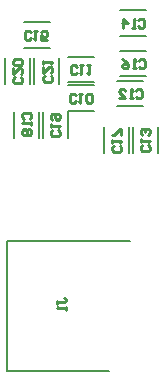
<source format=gbr>
%TF.GenerationSoftware,Altium Limited,Altium Designer,24.6.1 (21)*%
G04 Layer_Color=32896*
%FSLAX45Y45*%
%MOMM*%
%TF.SameCoordinates,D96B88A3-C1BF-4694-92A9-412EC26ABF2C*%
%TF.FilePolarity,Positive*%
%TF.FileFunction,Legend,Bot*%
%TF.Part,Single*%
G01*
G75*
%TA.AperFunction,NonConductor*%
%ADD36C,0.25400*%
%ADD37C,0.20000*%
D36*
X8674112Y6299200D02*
Y6324592D01*
Y6311896D01*
X8737592D01*
X8750288Y6324592D01*
Y6337288D01*
X8737592Y6349983D01*
X8750288Y6273808D02*
Y6248416D01*
Y6261112D01*
X8674112D01*
X8686808Y6273808D01*
X8623292Y8229612D02*
X8635988Y8216917D01*
Y8191525D01*
X8623292Y8178829D01*
X8572508D01*
X8559812Y8191525D01*
Y8216917D01*
X8572508Y8229612D01*
X8559812Y8305788D02*
Y8255004D01*
X8610596Y8305788D01*
X8623292D01*
X8635988Y8293092D01*
Y8267700D01*
X8623292Y8255004D01*
X8559812Y8331179D02*
Y8356571D01*
Y8343875D01*
X8635988D01*
X8623292Y8331179D01*
X8369292Y8218116D02*
X8381988Y8205421D01*
Y8180029D01*
X8369292Y8167333D01*
X8318508D01*
X8305812Y8180029D01*
Y8205421D01*
X8318508Y8218116D01*
X8305812Y8294292D02*
Y8243508D01*
X8356596Y8294292D01*
X8369292D01*
X8381988Y8281596D01*
Y8256204D01*
X8369292Y8243508D01*
Y8319684D02*
X8381988Y8332380D01*
Y8357771D01*
X8369292Y8370467D01*
X8318508D01*
X8305812Y8357771D01*
Y8332380D01*
X8318508Y8319684D01*
X8369292D01*
X8686792Y7766064D02*
X8699488Y7753369D01*
Y7727977D01*
X8686792Y7715281D01*
X8636008D01*
X8623312Y7727977D01*
Y7753369D01*
X8636008Y7766064D01*
X8623312Y7791456D02*
Y7816848D01*
Y7804152D01*
X8699488D01*
X8686792Y7791456D01*
X8636008Y7854936D02*
X8623312Y7867632D01*
Y7893024D01*
X8636008Y7905719D01*
X8686792D01*
X8699488Y7893024D01*
Y7867632D01*
X8686792Y7854936D01*
X8674096D01*
X8661400Y7867632D01*
Y7905719D01*
X8394708Y7866436D02*
X8382012Y7879131D01*
Y7904523D01*
X8394708Y7917219D01*
X8445492D01*
X8458188Y7904523D01*
Y7879131D01*
X8445492Y7866436D01*
X8458188Y7841044D02*
Y7815652D01*
Y7828348D01*
X8382012D01*
X8394708Y7841044D01*
Y7777564D02*
X8382012Y7764868D01*
Y7739477D01*
X8394708Y7726781D01*
X8407404D01*
X8420100Y7739477D01*
X8432796Y7726781D01*
X8445492D01*
X8458188Y7739477D01*
Y7764868D01*
X8445492Y7777564D01*
X8432796D01*
X8420100Y7764868D01*
X8407404Y7777564D01*
X8394708D01*
X8420100Y7764868D02*
Y7739477D01*
X9207492Y7637865D02*
X9220188Y7625169D01*
Y7599777D01*
X9207492Y7587081D01*
X9156708D01*
X9144012Y7599777D01*
Y7625169D01*
X9156708Y7637865D01*
X9144012Y7663256D02*
Y7688648D01*
Y7675952D01*
X9220188D01*
X9207492Y7663256D01*
X9220188Y7726736D02*
Y7777519D01*
X9207492D01*
X9156708Y7726736D01*
X9144012D01*
X9368635Y8356592D02*
X9381331Y8369288D01*
X9406723D01*
X9419419Y8356592D01*
Y8305808D01*
X9406723Y8293112D01*
X9381331D01*
X9368635Y8305808D01*
X9343243Y8293112D02*
X9317852D01*
X9330548D01*
Y8369288D01*
X9343243Y8356592D01*
X9228981Y8369288D02*
X9254372Y8356592D01*
X9279764Y8331200D01*
Y8305808D01*
X9267068Y8293112D01*
X9241676D01*
X9228981Y8305808D01*
Y8318504D01*
X9241676Y8331200D01*
X9279764D01*
X8453064Y8547108D02*
X8440369Y8534412D01*
X8414977D01*
X8402281Y8547108D01*
Y8597892D01*
X8414977Y8610588D01*
X8440369D01*
X8453064Y8597892D01*
X8478456Y8610588D02*
X8503848D01*
X8491152D01*
Y8534412D01*
X8478456Y8547108D01*
X8592719Y8534412D02*
X8541936D01*
Y8572500D01*
X8567328Y8559804D01*
X8580023D01*
X8592719Y8572500D01*
Y8597892D01*
X8580023Y8610588D01*
X8554632D01*
X8541936Y8597892D01*
X9365036Y8699492D02*
X9377731Y8712188D01*
X9403123D01*
X9415819Y8699492D01*
Y8648708D01*
X9403123Y8636012D01*
X9377731D01*
X9365036Y8648708D01*
X9339644Y8636012D02*
X9314252D01*
X9326948D01*
Y8712188D01*
X9339644Y8699492D01*
X9238077Y8636012D02*
Y8712188D01*
X9276164Y8674100D01*
X9225381D01*
X9448792Y7639064D02*
X9461488Y7626369D01*
Y7600977D01*
X9448792Y7588281D01*
X9398008D01*
X9385312Y7600977D01*
Y7626369D01*
X9398008Y7639064D01*
X9385312Y7664456D02*
Y7689848D01*
Y7677152D01*
X9461488D01*
X9448792Y7664456D01*
Y7727936D02*
X9461488Y7740632D01*
Y7766024D01*
X9448792Y7778719D01*
X9436096D01*
X9423400Y7766024D01*
Y7753328D01*
Y7766024D01*
X9410704Y7778719D01*
X9398008D01*
X9385312Y7766024D01*
Y7740632D01*
X9398008Y7727936D01*
X9340836Y8102592D02*
X9353531Y8115288D01*
X9378923D01*
X9391619Y8102592D01*
Y8051808D01*
X9378923Y8039112D01*
X9353531D01*
X9340836Y8051808D01*
X9315444Y8039112D02*
X9290052D01*
X9302748D01*
Y8115288D01*
X9315444Y8102592D01*
X9201181Y8039112D02*
X9251964D01*
X9201181Y8089896D01*
Y8102592D01*
X9213876Y8115288D01*
X9239268D01*
X9251964Y8102592D01*
X8844360Y8255008D02*
X8831664Y8242312D01*
X8806272D01*
X8793576Y8255008D01*
Y8305792D01*
X8806272Y8318488D01*
X8831664D01*
X8844360Y8305792D01*
X8869752Y8318488D02*
X8895144D01*
X8882448D01*
Y8242312D01*
X8869752Y8255008D01*
X8933231Y8318488D02*
X8958623D01*
X8945927D01*
Y8242312D01*
X8933231Y8255008D01*
X8832864Y8013708D02*
X8820169Y8001012D01*
X8794777D01*
X8782081Y8013708D01*
Y8064492D01*
X8794777Y8077188D01*
X8820169D01*
X8832864Y8064492D01*
X8858256Y8077188D02*
X8883648D01*
X8870952D01*
Y8001012D01*
X8858256Y8013708D01*
X8921736D02*
X8934432Y8001012D01*
X8959824D01*
X8972519Y8013708D01*
Y8064492D01*
X8959824Y8077188D01*
X8934432D01*
X8921736Y8064492D01*
Y8013708D01*
D37*
X8766100Y8146600D02*
X8986100D01*
X8766100Y7931600D02*
X8986100D01*
X8766100Y8387900D02*
X8986100D01*
X8766100Y8172900D02*
X8986100D01*
X9186400Y7969700D02*
X9406400D01*
X9186400Y8184700D02*
X9406400D01*
X9315900Y7573500D02*
Y7793500D01*
X9530900Y7573500D02*
Y7793500D01*
X9210600Y8566600D02*
X9430600D01*
X9210600Y8781600D02*
X9430600D01*
X8400200Y8680000D02*
X8620200D01*
X8400200Y8465000D02*
X8620200D01*
X9213000Y8223700D02*
X9433000D01*
X9213000Y8438700D02*
X9433000D01*
X9074600Y7572300D02*
Y7792300D01*
X9289600Y7572300D02*
Y7792300D01*
X8527600Y7699300D02*
Y7919300D01*
X8312600Y7699300D02*
Y7919300D01*
X8768900Y7700500D02*
Y7920500D01*
X8553900Y7700500D02*
Y7920500D01*
X8236400Y8158900D02*
Y8378900D01*
X8451400Y8158900D02*
Y8378900D01*
X8477700Y8157700D02*
Y8377700D01*
X8692700Y8157700D02*
Y8377700D01*
X8251400Y6832200D02*
X9296400D01*
X8251400Y5731200D02*
Y6832200D01*
Y5731200D02*
X9116400D01*
%TF.MD5,79dda6f3f361e5bef1c7514380490560*%
M02*

</source>
